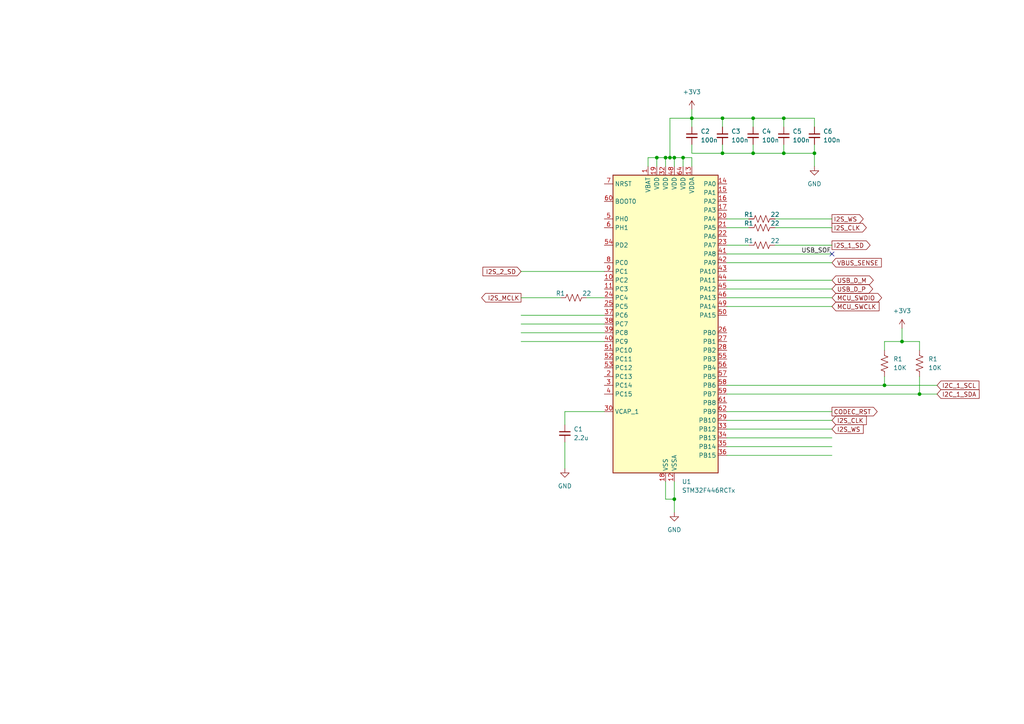
<source format=kicad_sch>
(kicad_sch (version 20230121) (generator eeschema)

  (uuid 528dbd19-c4fd-43e6-bbdd-a7d715743acf)

  (paper "A4")

  (lib_symbols
    (symbol "Device:C_Small" (pin_numbers hide) (pin_names (offset 0.254) hide) (in_bom yes) (on_board yes)
      (property "Reference" "C" (at 0.254 1.778 0)
        (effects (font (size 1.27 1.27)) (justify left))
      )
      (property "Value" "C_Small" (at 0.254 -2.032 0)
        (effects (font (size 1.27 1.27)) (justify left))
      )
      (property "Footprint" "" (at 0 0 0)
        (effects (font (size 1.27 1.27)) hide)
      )
      (property "Datasheet" "~" (at 0 0 0)
        (effects (font (size 1.27 1.27)) hide)
      )
      (property "ki_keywords" "capacitor cap" (at 0 0 0)
        (effects (font (size 1.27 1.27)) hide)
      )
      (property "ki_description" "Unpolarized capacitor, small symbol" (at 0 0 0)
        (effects (font (size 1.27 1.27)) hide)
      )
      (property "ki_fp_filters" "C_*" (at 0 0 0)
        (effects (font (size 1.27 1.27)) hide)
      )
      (symbol "C_Small_0_1"
        (polyline
          (pts
            (xy -1.524 -0.508)
            (xy 1.524 -0.508)
          )
          (stroke (width 0.3302) (type default))
          (fill (type none))
        )
        (polyline
          (pts
            (xy -1.524 0.508)
            (xy 1.524 0.508)
          )
          (stroke (width 0.3048) (type default))
          (fill (type none))
        )
      )
      (symbol "C_Small_1_1"
        (pin passive line (at 0 2.54 270) (length 2.032)
          (name "~" (effects (font (size 1.27 1.27))))
          (number "1" (effects (font (size 1.27 1.27))))
        )
        (pin passive line (at 0 -2.54 90) (length 2.032)
          (name "~" (effects (font (size 1.27 1.27))))
          (number "2" (effects (font (size 1.27 1.27))))
        )
      )
    )
    (symbol "Device:R_US" (pin_numbers hide) (pin_names (offset 0)) (in_bom yes) (on_board yes)
      (property "Reference" "R" (at 2.54 0 90)
        (effects (font (size 1.27 1.27)))
      )
      (property "Value" "R_US" (at -2.54 0 90)
        (effects (font (size 1.27 1.27)))
      )
      (property "Footprint" "" (at 1.016 -0.254 90)
        (effects (font (size 1.27 1.27)) hide)
      )
      (property "Datasheet" "~" (at 0 0 0)
        (effects (font (size 1.27 1.27)) hide)
      )
      (property "ki_keywords" "R res resistor" (at 0 0 0)
        (effects (font (size 1.27 1.27)) hide)
      )
      (property "ki_description" "Resistor, US symbol" (at 0 0 0)
        (effects (font (size 1.27 1.27)) hide)
      )
      (property "ki_fp_filters" "R_*" (at 0 0 0)
        (effects (font (size 1.27 1.27)) hide)
      )
      (symbol "R_US_0_1"
        (polyline
          (pts
            (xy 0 -2.286)
            (xy 0 -2.54)
          )
          (stroke (width 0) (type default))
          (fill (type none))
        )
        (polyline
          (pts
            (xy 0 2.286)
            (xy 0 2.54)
          )
          (stroke (width 0) (type default))
          (fill (type none))
        )
        (polyline
          (pts
            (xy 0 -0.762)
            (xy 1.016 -1.143)
            (xy 0 -1.524)
            (xy -1.016 -1.905)
            (xy 0 -2.286)
          )
          (stroke (width 0) (type default))
          (fill (type none))
        )
        (polyline
          (pts
            (xy 0 0.762)
            (xy 1.016 0.381)
            (xy 0 0)
            (xy -1.016 -0.381)
            (xy 0 -0.762)
          )
          (stroke (width 0) (type default))
          (fill (type none))
        )
        (polyline
          (pts
            (xy 0 2.286)
            (xy 1.016 1.905)
            (xy 0 1.524)
            (xy -1.016 1.143)
            (xy 0 0.762)
          )
          (stroke (width 0) (type default))
          (fill (type none))
        )
      )
      (symbol "R_US_1_1"
        (pin passive line (at 0 3.81 270) (length 1.27)
          (name "~" (effects (font (size 1.27 1.27))))
          (number "1" (effects (font (size 1.27 1.27))))
        )
        (pin passive line (at 0 -3.81 90) (length 1.27)
          (name "~" (effects (font (size 1.27 1.27))))
          (number "2" (effects (font (size 1.27 1.27))))
        )
      )
    )
    (symbol "MCU_ST_STM32F4:STM32F446RCTx" (in_bom yes) (on_board yes)
      (property "Reference" "U" (at -15.24 44.45 0)
        (effects (font (size 1.27 1.27)) (justify left))
      )
      (property "Value" "STM32F446RCTx" (at 10.16 44.45 0)
        (effects (font (size 1.27 1.27)) (justify left))
      )
      (property "Footprint" "Package_QFP:LQFP-64_10x10mm_P0.5mm" (at -15.24 -43.18 0)
        (effects (font (size 1.27 1.27)) (justify right) hide)
      )
      (property "Datasheet" "https://www.st.com/resource/en/datasheet/stm32f446rc.pdf" (at 0 0 0)
        (effects (font (size 1.27 1.27)) hide)
      )
      (property "ki_locked" "" (at 0 0 0)
        (effects (font (size 1.27 1.27)))
      )
      (property "ki_keywords" "Arm Cortex-M4 STM32F4 STM32F446" (at 0 0 0)
        (effects (font (size 1.27 1.27)) hide)
      )
      (property "ki_description" "STMicroelectronics Arm Cortex-M4 MCU, 256KB flash, 128KB RAM, 180 MHz, 1.8-3.6V, 50 GPIO, LQFP64" (at 0 0 0)
        (effects (font (size 1.27 1.27)) hide)
      )
      (property "ki_fp_filters" "LQFP*10x10mm*P0.5mm*" (at 0 0 0)
        (effects (font (size 1.27 1.27)) hide)
      )
      (symbol "STM32F446RCTx_0_1"
        (rectangle (start -15.24 -43.18) (end 15.24 43.18)
          (stroke (width 0.254) (type default))
          (fill (type background))
        )
      )
      (symbol "STM32F446RCTx_1_1"
        (pin power_in line (at -5.08 45.72 270) (length 2.54)
          (name "VBAT" (effects (font (size 1.27 1.27))))
          (number "1" (effects (font (size 1.27 1.27))))
        )
        (pin bidirectional line (at -17.78 12.7 0) (length 2.54)
          (name "PC2" (effects (font (size 1.27 1.27))))
          (number "10" (effects (font (size 1.27 1.27))))
          (alternate "ADC1_IN12" bidirectional line)
          (alternate "ADC2_IN12" bidirectional line)
          (alternate "ADC3_IN12" bidirectional line)
          (alternate "SPI2_MISO" bidirectional line)
          (alternate "USB_OTG_HS_ULPI_DIR" bidirectional line)
        )
        (pin bidirectional line (at -17.78 10.16 0) (length 2.54)
          (name "PC3" (effects (font (size 1.27 1.27))))
          (number "11" (effects (font (size 1.27 1.27))))
          (alternate "ADC1_IN13" bidirectional line)
          (alternate "ADC2_IN13" bidirectional line)
          (alternate "ADC3_IN13" bidirectional line)
          (alternate "I2S2_SD" bidirectional line)
          (alternate "SPI2_MOSI" bidirectional line)
          (alternate "USB_OTG_HS_ULPI_NXT" bidirectional line)
        )
        (pin power_in line (at 2.54 -45.72 90) (length 2.54)
          (name "VSSA" (effects (font (size 1.27 1.27))))
          (number "12" (effects (font (size 1.27 1.27))))
        )
        (pin power_in line (at 7.62 45.72 270) (length 2.54)
          (name "VDDA" (effects (font (size 1.27 1.27))))
          (number "13" (effects (font (size 1.27 1.27))))
        )
        (pin bidirectional line (at 17.78 40.64 180) (length 2.54)
          (name "PA0" (effects (font (size 1.27 1.27))))
          (number "14" (effects (font (size 1.27 1.27))))
          (alternate "ADC1_IN0" bidirectional line)
          (alternate "ADC2_IN0" bidirectional line)
          (alternate "ADC3_IN0" bidirectional line)
          (alternate "RTC_AF2" bidirectional line)
          (alternate "SYS_WKUP0" bidirectional line)
          (alternate "TIM2_CH1" bidirectional line)
          (alternate "TIM2_ETR" bidirectional line)
          (alternate "TIM5_CH1" bidirectional line)
          (alternate "TIM8_ETR" bidirectional line)
          (alternate "UART4_TX" bidirectional line)
          (alternate "USART2_CTS" bidirectional line)
        )
        (pin bidirectional line (at 17.78 38.1 180) (length 2.54)
          (name "PA1" (effects (font (size 1.27 1.27))))
          (number "15" (effects (font (size 1.27 1.27))))
          (alternate "ADC1_IN1" bidirectional line)
          (alternate "ADC2_IN1" bidirectional line)
          (alternate "ADC3_IN1" bidirectional line)
          (alternate "QUADSPI_BK1_IO3" bidirectional line)
          (alternate "TIM2_CH2" bidirectional line)
          (alternate "TIM5_CH2" bidirectional line)
          (alternate "UART4_RX" bidirectional line)
          (alternate "USART2_RTS" bidirectional line)
        )
        (pin bidirectional line (at 17.78 35.56 180) (length 2.54)
          (name "PA2" (effects (font (size 1.27 1.27))))
          (number "16" (effects (font (size 1.27 1.27))))
          (alternate "ADC1_IN2" bidirectional line)
          (alternate "ADC2_IN2" bidirectional line)
          (alternate "ADC3_IN2" bidirectional line)
          (alternate "TIM2_CH3" bidirectional line)
          (alternate "TIM5_CH3" bidirectional line)
          (alternate "TIM9_CH1" bidirectional line)
          (alternate "USART2_TX" bidirectional line)
        )
        (pin bidirectional line (at 17.78 33.02 180) (length 2.54)
          (name "PA3" (effects (font (size 1.27 1.27))))
          (number "17" (effects (font (size 1.27 1.27))))
          (alternate "ADC1_IN3" bidirectional line)
          (alternate "ADC2_IN3" bidirectional line)
          (alternate "ADC3_IN3" bidirectional line)
          (alternate "SAI1_FS_A" bidirectional line)
          (alternate "TIM2_CH4" bidirectional line)
          (alternate "TIM5_CH4" bidirectional line)
          (alternate "TIM9_CH2" bidirectional line)
          (alternate "USART2_RX" bidirectional line)
          (alternate "USB_OTG_HS_ULPI_D0" bidirectional line)
        )
        (pin power_in line (at 0 -45.72 90) (length 2.54)
          (name "VSS" (effects (font (size 1.27 1.27))))
          (number "18" (effects (font (size 1.27 1.27))))
        )
        (pin power_in line (at -2.54 45.72 270) (length 2.54)
          (name "VDD" (effects (font (size 1.27 1.27))))
          (number "19" (effects (font (size 1.27 1.27))))
        )
        (pin bidirectional line (at -17.78 -15.24 0) (length 2.54)
          (name "PC13" (effects (font (size 1.27 1.27))))
          (number "2" (effects (font (size 1.27 1.27))))
          (alternate "RTC_AF1" bidirectional line)
          (alternate "SYS_WKUP1" bidirectional line)
        )
        (pin bidirectional line (at 17.78 30.48 180) (length 2.54)
          (name "PA4" (effects (font (size 1.27 1.27))))
          (number "20" (effects (font (size 1.27 1.27))))
          (alternate "ADC1_IN4" bidirectional line)
          (alternate "ADC2_IN4" bidirectional line)
          (alternate "DAC_OUT1" bidirectional line)
          (alternate "DCMI_HSYNC" bidirectional line)
          (alternate "I2S1_WS" bidirectional line)
          (alternate "I2S3_WS" bidirectional line)
          (alternate "SPI1_NSS" bidirectional line)
          (alternate "SPI3_NSS" bidirectional line)
          (alternate "USART2_CK" bidirectional line)
          (alternate "USB_OTG_HS_SOF" bidirectional line)
        )
        (pin bidirectional line (at 17.78 27.94 180) (length 2.54)
          (name "PA5" (effects (font (size 1.27 1.27))))
          (number "21" (effects (font (size 1.27 1.27))))
          (alternate "ADC1_IN5" bidirectional line)
          (alternate "ADC2_IN5" bidirectional line)
          (alternate "DAC_OUT2" bidirectional line)
          (alternate "I2S1_CK" bidirectional line)
          (alternate "SPI1_SCK" bidirectional line)
          (alternate "TIM2_CH1" bidirectional line)
          (alternate "TIM2_ETR" bidirectional line)
          (alternate "TIM8_CH1N" bidirectional line)
          (alternate "USB_OTG_HS_ULPI_CK" bidirectional line)
        )
        (pin bidirectional line (at 17.78 25.4 180) (length 2.54)
          (name "PA6" (effects (font (size 1.27 1.27))))
          (number "22" (effects (font (size 1.27 1.27))))
          (alternate "ADC1_IN6" bidirectional line)
          (alternate "ADC2_IN6" bidirectional line)
          (alternate "DCMI_PIXCLK" bidirectional line)
          (alternate "I2S2_MCK" bidirectional line)
          (alternate "SPI1_MISO" bidirectional line)
          (alternate "TIM13_CH1" bidirectional line)
          (alternate "TIM1_BKIN" bidirectional line)
          (alternate "TIM3_CH1" bidirectional line)
          (alternate "TIM8_BKIN" bidirectional line)
        )
        (pin bidirectional line (at 17.78 22.86 180) (length 2.54)
          (name "PA7" (effects (font (size 1.27 1.27))))
          (number "23" (effects (font (size 1.27 1.27))))
          (alternate "ADC1_IN7" bidirectional line)
          (alternate "ADC2_IN7" bidirectional line)
          (alternate "I2S1_SD" bidirectional line)
          (alternate "SPI1_MOSI" bidirectional line)
          (alternate "TIM14_CH1" bidirectional line)
          (alternate "TIM1_CH1N" bidirectional line)
          (alternate "TIM3_CH2" bidirectional line)
          (alternate "TIM8_CH1N" bidirectional line)
        )
        (pin bidirectional line (at -17.78 7.62 0) (length 2.54)
          (name "PC4" (effects (font (size 1.27 1.27))))
          (number "24" (effects (font (size 1.27 1.27))))
          (alternate "ADC1_IN14" bidirectional line)
          (alternate "ADC2_IN14" bidirectional line)
          (alternate "I2S1_MCK" bidirectional line)
          (alternate "SPDIFRX_IN2" bidirectional line)
        )
        (pin bidirectional line (at -17.78 5.08 0) (length 2.54)
          (name "PC5" (effects (font (size 1.27 1.27))))
          (number "25" (effects (font (size 1.27 1.27))))
          (alternate "ADC1_IN15" bidirectional line)
          (alternate "ADC2_IN15" bidirectional line)
          (alternate "SPDIFRX_IN3" bidirectional line)
          (alternate "USART3_RX" bidirectional line)
        )
        (pin bidirectional line (at 17.78 -2.54 180) (length 2.54)
          (name "PB0" (effects (font (size 1.27 1.27))))
          (number "26" (effects (font (size 1.27 1.27))))
          (alternate "ADC1_IN8" bidirectional line)
          (alternate "ADC2_IN8" bidirectional line)
          (alternate "I2S3_SD" bidirectional line)
          (alternate "SDIO_D1" bidirectional line)
          (alternate "SPI3_MOSI" bidirectional line)
          (alternate "TIM1_CH2N" bidirectional line)
          (alternate "TIM3_CH3" bidirectional line)
          (alternate "TIM8_CH2N" bidirectional line)
          (alternate "UART4_CTS" bidirectional line)
          (alternate "USB_OTG_HS_ULPI_D1" bidirectional line)
        )
        (pin bidirectional line (at 17.78 -5.08 180) (length 2.54)
          (name "PB1" (effects (font (size 1.27 1.27))))
          (number "27" (effects (font (size 1.27 1.27))))
          (alternate "ADC1_IN9" bidirectional line)
          (alternate "ADC2_IN9" bidirectional line)
          (alternate "SDIO_D2" bidirectional line)
          (alternate "TIM1_CH3N" bidirectional line)
          (alternate "TIM3_CH4" bidirectional line)
          (alternate "TIM8_CH3N" bidirectional line)
          (alternate "USB_OTG_HS_ULPI_D2" bidirectional line)
        )
        (pin bidirectional line (at 17.78 -7.62 180) (length 2.54)
          (name "PB2" (effects (font (size 1.27 1.27))))
          (number "28" (effects (font (size 1.27 1.27))))
          (alternate "I2S3_SD" bidirectional line)
          (alternate "QUADSPI_CLK" bidirectional line)
          (alternate "SAI1_SD_A" bidirectional line)
          (alternate "SDIO_CK" bidirectional line)
          (alternate "SPI3_MOSI" bidirectional line)
          (alternate "TIM2_CH4" bidirectional line)
          (alternate "USB_OTG_HS_ULPI_D4" bidirectional line)
        )
        (pin bidirectional line (at 17.78 -27.94 180) (length 2.54)
          (name "PB10" (effects (font (size 1.27 1.27))))
          (number "29" (effects (font (size 1.27 1.27))))
          (alternate "I2C2_SCL" bidirectional line)
          (alternate "I2S2_CK" bidirectional line)
          (alternate "SAI1_SCK_A" bidirectional line)
          (alternate "SPI2_SCK" bidirectional line)
          (alternate "TIM2_CH3" bidirectional line)
          (alternate "USART3_TX" bidirectional line)
          (alternate "USB_OTG_HS_ULPI_D3" bidirectional line)
        )
        (pin bidirectional line (at -17.78 -17.78 0) (length 2.54)
          (name "PC14" (effects (font (size 1.27 1.27))))
          (number "3" (effects (font (size 1.27 1.27))))
          (alternate "RCC_OSC32_IN" bidirectional line)
        )
        (pin power_out line (at -17.78 -25.4 0) (length 2.54)
          (name "VCAP_1" (effects (font (size 1.27 1.27))))
          (number "30" (effects (font (size 1.27 1.27))))
        )
        (pin passive line (at 0 -45.72 90) (length 2.54) hide
          (name "VSS" (effects (font (size 1.27 1.27))))
          (number "31" (effects (font (size 1.27 1.27))))
        )
        (pin power_in line (at 0 45.72 270) (length 2.54)
          (name "VDD" (effects (font (size 1.27 1.27))))
          (number "32" (effects (font (size 1.27 1.27))))
        )
        (pin bidirectional line (at 17.78 -30.48 180) (length 2.54)
          (name "PB12" (effects (font (size 1.27 1.27))))
          (number "33" (effects (font (size 1.27 1.27))))
          (alternate "CAN2_RX" bidirectional line)
          (alternate "I2C2_SMBA" bidirectional line)
          (alternate "I2S2_WS" bidirectional line)
          (alternate "SAI1_SCK_B" bidirectional line)
          (alternate "SPI2_NSS" bidirectional line)
          (alternate "TIM1_BKIN" bidirectional line)
          (alternate "USART3_CK" bidirectional line)
          (alternate "USB_OTG_HS_ID" bidirectional line)
          (alternate "USB_OTG_HS_ULPI_D5" bidirectional line)
        )
        (pin bidirectional line (at 17.78 -33.02 180) (length 2.54)
          (name "PB13" (effects (font (size 1.27 1.27))))
          (number "34" (effects (font (size 1.27 1.27))))
          (alternate "CAN2_TX" bidirectional line)
          (alternate "I2S2_CK" bidirectional line)
          (alternate "SPI2_SCK" bidirectional line)
          (alternate "TIM1_CH1N" bidirectional line)
          (alternate "USART3_CTS" bidirectional line)
          (alternate "USB_OTG_HS_ULPI_D6" bidirectional line)
          (alternate "USB_OTG_HS_VBUS" bidirectional line)
        )
        (pin bidirectional line (at 17.78 -35.56 180) (length 2.54)
          (name "PB14" (effects (font (size 1.27 1.27))))
          (number "35" (effects (font (size 1.27 1.27))))
          (alternate "SPI2_MISO" bidirectional line)
          (alternate "TIM12_CH1" bidirectional line)
          (alternate "TIM1_CH2N" bidirectional line)
          (alternate "TIM8_CH2N" bidirectional line)
          (alternate "USART3_RTS" bidirectional line)
          (alternate "USB_OTG_HS_DM" bidirectional line)
        )
        (pin bidirectional line (at 17.78 -38.1 180) (length 2.54)
          (name "PB15" (effects (font (size 1.27 1.27))))
          (number "36" (effects (font (size 1.27 1.27))))
          (alternate "ADC1_EXTI15" bidirectional line)
          (alternate "ADC2_EXTI15" bidirectional line)
          (alternate "ADC3_EXTI15" bidirectional line)
          (alternate "I2S2_SD" bidirectional line)
          (alternate "RTC_REFIN" bidirectional line)
          (alternate "SPI2_MOSI" bidirectional line)
          (alternate "TIM12_CH2" bidirectional line)
          (alternate "TIM1_CH3N" bidirectional line)
          (alternate "TIM8_CH3N" bidirectional line)
          (alternate "USB_OTG_HS_DP" bidirectional line)
        )
        (pin bidirectional line (at -17.78 2.54 0) (length 2.54)
          (name "PC6" (effects (font (size 1.27 1.27))))
          (number "37" (effects (font (size 1.27 1.27))))
          (alternate "DCMI_D0" bidirectional line)
          (alternate "FMPI2C1_SCL" bidirectional line)
          (alternate "I2S2_MCK" bidirectional line)
          (alternate "SDIO_D6" bidirectional line)
          (alternate "TIM3_CH1" bidirectional line)
          (alternate "TIM8_CH1" bidirectional line)
          (alternate "USART6_TX" bidirectional line)
        )
        (pin bidirectional line (at -17.78 0 0) (length 2.54)
          (name "PC7" (effects (font (size 1.27 1.27))))
          (number "38" (effects (font (size 1.27 1.27))))
          (alternate "DCMI_D1" bidirectional line)
          (alternate "FMPI2C1_SDA" bidirectional line)
          (alternate "I2S2_CK" bidirectional line)
          (alternate "I2S3_MCK" bidirectional line)
          (alternate "SDIO_D7" bidirectional line)
          (alternate "SPDIFRX_IN1" bidirectional line)
          (alternate "SPI2_SCK" bidirectional line)
          (alternate "TIM3_CH2" bidirectional line)
          (alternate "TIM8_CH2" bidirectional line)
          (alternate "USART6_RX" bidirectional line)
        )
        (pin bidirectional line (at -17.78 -2.54 0) (length 2.54)
          (name "PC8" (effects (font (size 1.27 1.27))))
          (number "39" (effects (font (size 1.27 1.27))))
          (alternate "DCMI_D2" bidirectional line)
          (alternate "SDIO_D0" bidirectional line)
          (alternate "SYS_TRACED0" bidirectional line)
          (alternate "TIM3_CH3" bidirectional line)
          (alternate "TIM8_CH3" bidirectional line)
          (alternate "UART5_RTS" bidirectional line)
          (alternate "USART6_CK" bidirectional line)
        )
        (pin bidirectional line (at -17.78 -20.32 0) (length 2.54)
          (name "PC15" (effects (font (size 1.27 1.27))))
          (number "4" (effects (font (size 1.27 1.27))))
          (alternate "ADC1_EXTI15" bidirectional line)
          (alternate "ADC2_EXTI15" bidirectional line)
          (alternate "ADC3_EXTI15" bidirectional line)
          (alternate "RCC_OSC32_OUT" bidirectional line)
        )
        (pin bidirectional line (at -17.78 -5.08 0) (length 2.54)
          (name "PC9" (effects (font (size 1.27 1.27))))
          (number "40" (effects (font (size 1.27 1.27))))
          (alternate "DAC_EXTI9" bidirectional line)
          (alternate "DCMI_D3" bidirectional line)
          (alternate "I2C3_SDA" bidirectional line)
          (alternate "I2S_CKIN" bidirectional line)
          (alternate "QUADSPI_BK1_IO0" bidirectional line)
          (alternate "RCC_MCO_2" bidirectional line)
          (alternate "SDIO_D1" bidirectional line)
          (alternate "TIM3_CH4" bidirectional line)
          (alternate "TIM8_CH4" bidirectional line)
          (alternate "UART5_CTS" bidirectional line)
        )
        (pin bidirectional line (at 17.78 20.32 180) (length 2.54)
          (name "PA8" (effects (font (size 1.27 1.27))))
          (number "41" (effects (font (size 1.27 1.27))))
          (alternate "I2C3_SCL" bidirectional line)
          (alternate "RCC_MCO_1" bidirectional line)
          (alternate "TIM1_CH1" bidirectional line)
          (alternate "USART1_CK" bidirectional line)
          (alternate "USB_OTG_FS_SOF" bidirectional line)
        )
        (pin bidirectional line (at 17.78 17.78 180) (length 2.54)
          (name "PA9" (effects (font (size 1.27 1.27))))
          (number "42" (effects (font (size 1.27 1.27))))
          (alternate "DAC_EXTI9" bidirectional line)
          (alternate "DCMI_D0" bidirectional line)
          (alternate "I2C3_SMBA" bidirectional line)
          (alternate "I2S2_CK" bidirectional line)
          (alternate "SAI1_SD_B" bidirectional line)
          (alternate "SPI2_SCK" bidirectional line)
          (alternate "TIM1_CH2" bidirectional line)
          (alternate "USART1_TX" bidirectional line)
          (alternate "USB_OTG_FS_VBUS" bidirectional line)
        )
        (pin bidirectional line (at 17.78 15.24 180) (length 2.54)
          (name "PA10" (effects (font (size 1.27 1.27))))
          (number "43" (effects (font (size 1.27 1.27))))
          (alternate "DCMI_D1" bidirectional line)
          (alternate "TIM1_CH3" bidirectional line)
          (alternate "USART1_RX" bidirectional line)
          (alternate "USB_OTG_FS_ID" bidirectional line)
        )
        (pin bidirectional line (at 17.78 12.7 180) (length 2.54)
          (name "PA11" (effects (font (size 1.27 1.27))))
          (number "44" (effects (font (size 1.27 1.27))))
          (alternate "ADC1_EXTI11" bidirectional line)
          (alternate "ADC2_EXTI11" bidirectional line)
          (alternate "ADC3_EXTI11" bidirectional line)
          (alternate "CAN1_RX" bidirectional line)
          (alternate "TIM1_CH4" bidirectional line)
          (alternate "USART1_CTS" bidirectional line)
          (alternate "USB_OTG_FS_DM" bidirectional line)
        )
        (pin bidirectional line (at 17.78 10.16 180) (length 2.54)
          (name "PA12" (effects (font (size 1.27 1.27))))
          (number "45" (effects (font (size 1.27 1.27))))
          (alternate "CAN1_TX" bidirectional line)
          (alternate "TIM1_ETR" bidirectional line)
          (alternate "USART1_RTS" bidirectional line)
          (alternate "USB_OTG_FS_DP" bidirectional line)
        )
        (pin bidirectional line (at 17.78 7.62 180) (length 2.54)
          (name "PA13" (effects (font (size 1.27 1.27))))
          (number "46" (effects (font (size 1.27 1.27))))
          (alternate "SYS_JTMS-SWDIO" bidirectional line)
        )
        (pin passive line (at 0 -45.72 90) (length 2.54) hide
          (name "VSS" (effects (font (size 1.27 1.27))))
          (number "47" (effects (font (size 1.27 1.27))))
        )
        (pin power_in line (at 2.54 45.72 270) (length 2.54)
          (name "VDD" (effects (font (size 1.27 1.27))))
          (number "48" (effects (font (size 1.27 1.27))))
        )
        (pin bidirectional line (at 17.78 5.08 180) (length 2.54)
          (name "PA14" (effects (font (size 1.27 1.27))))
          (number "49" (effects (font (size 1.27 1.27))))
          (alternate "SYS_JTCK-SWCLK" bidirectional line)
        )
        (pin bidirectional line (at -17.78 30.48 0) (length 2.54)
          (name "PH0" (effects (font (size 1.27 1.27))))
          (number "5" (effects (font (size 1.27 1.27))))
          (alternate "RCC_OSC_IN" bidirectional line)
        )
        (pin bidirectional line (at 17.78 2.54 180) (length 2.54)
          (name "PA15" (effects (font (size 1.27 1.27))))
          (number "50" (effects (font (size 1.27 1.27))))
          (alternate "ADC1_EXTI15" bidirectional line)
          (alternate "ADC2_EXTI15" bidirectional line)
          (alternate "ADC3_EXTI15" bidirectional line)
          (alternate "CEC" bidirectional line)
          (alternate "I2S1_WS" bidirectional line)
          (alternate "I2S3_WS" bidirectional line)
          (alternate "SPI1_NSS" bidirectional line)
          (alternate "SPI3_NSS" bidirectional line)
          (alternate "SYS_JTDI" bidirectional line)
          (alternate "TIM2_CH1" bidirectional line)
          (alternate "TIM2_ETR" bidirectional line)
          (alternate "UART4_RTS" bidirectional line)
        )
        (pin bidirectional line (at -17.78 -7.62 0) (length 2.54)
          (name "PC10" (effects (font (size 1.27 1.27))))
          (number "51" (effects (font (size 1.27 1.27))))
          (alternate "DCMI_D8" bidirectional line)
          (alternate "I2S3_CK" bidirectional line)
          (alternate "QUADSPI_BK1_IO1" bidirectional line)
          (alternate "SDIO_D2" bidirectional line)
          (alternate "SPI3_SCK" bidirectional line)
          (alternate "UART4_TX" bidirectional line)
          (alternate "USART3_TX" bidirectional line)
        )
        (pin bidirectional line (at -17.78 -10.16 0) (length 2.54)
          (name "PC11" (effects (font (size 1.27 1.27))))
          (number "52" (effects (font (size 1.27 1.27))))
          (alternate "ADC1_EXTI11" bidirectional line)
          (alternate "ADC2_EXTI11" bidirectional line)
          (alternate "ADC3_EXTI11" bidirectional line)
          (alternate "DCMI_D4" bidirectional line)
          (alternate "QUADSPI_BK2_NCS" bidirectional line)
          (alternate "SDIO_D3" bidirectional line)
          (alternate "SPI3_MISO" bidirectional line)
          (alternate "UART4_RX" bidirectional line)
          (alternate "USART3_RX" bidirectional line)
        )
        (pin bidirectional line (at -17.78 -12.7 0) (length 2.54)
          (name "PC12" (effects (font (size 1.27 1.27))))
          (number "53" (effects (font (size 1.27 1.27))))
          (alternate "DCMI_D9" bidirectional line)
          (alternate "I2C2_SDA" bidirectional line)
          (alternate "I2S3_SD" bidirectional line)
          (alternate "SDIO_CK" bidirectional line)
          (alternate "SPI3_MOSI" bidirectional line)
          (alternate "UART5_TX" bidirectional line)
          (alternate "USART3_CK" bidirectional line)
        )
        (pin bidirectional line (at -17.78 22.86 0) (length 2.54)
          (name "PD2" (effects (font (size 1.27 1.27))))
          (number "54" (effects (font (size 1.27 1.27))))
          (alternate "DCMI_D11" bidirectional line)
          (alternate "SDIO_CMD" bidirectional line)
          (alternate "TIM3_ETR" bidirectional line)
          (alternate "UART5_RX" bidirectional line)
        )
        (pin bidirectional line (at 17.78 -10.16 180) (length 2.54)
          (name "PB3" (effects (font (size 1.27 1.27))))
          (number "55" (effects (font (size 1.27 1.27))))
          (alternate "I2C2_SDA" bidirectional line)
          (alternate "I2S1_CK" bidirectional line)
          (alternate "I2S3_CK" bidirectional line)
          (alternate "SPI1_SCK" bidirectional line)
          (alternate "SPI3_SCK" bidirectional line)
          (alternate "SYS_JTDO-SWO" bidirectional line)
          (alternate "TIM2_CH2" bidirectional line)
        )
        (pin bidirectional line (at 17.78 -12.7 180) (length 2.54)
          (name "PB4" (effects (font (size 1.27 1.27))))
          (number "56" (effects (font (size 1.27 1.27))))
          (alternate "I2C3_SDA" bidirectional line)
          (alternate "I2S2_WS" bidirectional line)
          (alternate "SPI1_MISO" bidirectional line)
          (alternate "SPI2_NSS" bidirectional line)
          (alternate "SPI3_MISO" bidirectional line)
          (alternate "SYS_JTRST" bidirectional line)
          (alternate "TIM3_CH1" bidirectional line)
        )
        (pin bidirectional line (at 17.78 -15.24 180) (length 2.54)
          (name "PB5" (effects (font (size 1.27 1.27))))
          (number "57" (effects (font (size 1.27 1.27))))
          (alternate "CAN2_RX" bidirectional line)
          (alternate "DCMI_D10" bidirectional line)
          (alternate "I2C1_SMBA" bidirectional line)
          (alternate "I2S1_SD" bidirectional line)
          (alternate "I2S3_SD" bidirectional line)
          (alternate "SPI1_MOSI" bidirectional line)
          (alternate "SPI3_MOSI" bidirectional line)
          (alternate "TIM3_CH2" bidirectional line)
          (alternate "USB_OTG_HS_ULPI_D7" bidirectional line)
        )
        (pin bidirectional line (at 17.78 -17.78 180) (length 2.54)
          (name "PB6" (effects (font (size 1.27 1.27))))
          (number "58" (effects (font (size 1.27 1.27))))
          (alternate "CAN2_TX" bidirectional line)
          (alternate "CEC" bidirectional line)
          (alternate "DCMI_D5" bidirectional line)
          (alternate "I2C1_SCL" bidirectional line)
          (alternate "QUADSPI_BK1_NCS" bidirectional line)
          (alternate "TIM4_CH1" bidirectional line)
          (alternate "USART1_TX" bidirectional line)
        )
        (pin bidirectional line (at 17.78 -20.32 180) (length 2.54)
          (name "PB7" (effects (font (size 1.27 1.27))))
          (number "59" (effects (font (size 1.27 1.27))))
          (alternate "DCMI_VSYNC" bidirectional line)
          (alternate "I2C1_SDA" bidirectional line)
          (alternate "SPDIFRX_IN0" bidirectional line)
          (alternate "TIM4_CH2" bidirectional line)
          (alternate "USART1_RX" bidirectional line)
        )
        (pin bidirectional line (at -17.78 27.94 0) (length 2.54)
          (name "PH1" (effects (font (size 1.27 1.27))))
          (number "6" (effects (font (size 1.27 1.27))))
          (alternate "RCC_OSC_OUT" bidirectional line)
        )
        (pin input line (at -17.78 35.56 0) (length 2.54)
          (name "BOOT0" (effects (font (size 1.27 1.27))))
          (number "60" (effects (font (size 1.27 1.27))))
        )
        (pin bidirectional line (at 17.78 -22.86 180) (length 2.54)
          (name "PB8" (effects (font (size 1.27 1.27))))
          (number "61" (effects (font (size 1.27 1.27))))
          (alternate "CAN1_RX" bidirectional line)
          (alternate "DCMI_D6" bidirectional line)
          (alternate "I2C1_SCL" bidirectional line)
          (alternate "SDIO_D4" bidirectional line)
          (alternate "TIM10_CH1" bidirectional line)
          (alternate "TIM2_CH1" bidirectional line)
          (alternate "TIM2_ETR" bidirectional line)
          (alternate "TIM4_CH3" bidirectional line)
        )
        (pin bidirectional line (at 17.78 -25.4 180) (length 2.54)
          (name "PB9" (effects (font (size 1.27 1.27))))
          (number "62" (effects (font (size 1.27 1.27))))
          (alternate "CAN1_TX" bidirectional line)
          (alternate "DAC_EXTI9" bidirectional line)
          (alternate "DCMI_D7" bidirectional line)
          (alternate "I2C1_SDA" bidirectional line)
          (alternate "I2S2_WS" bidirectional line)
          (alternate "SAI1_FS_B" bidirectional line)
          (alternate "SDIO_D5" bidirectional line)
          (alternate "SPI2_NSS" bidirectional line)
          (alternate "TIM11_CH1" bidirectional line)
          (alternate "TIM2_CH2" bidirectional line)
          (alternate "TIM4_CH4" bidirectional line)
        )
        (pin passive line (at 0 -45.72 90) (length 2.54) hide
          (name "VSS" (effects (font (size 1.27 1.27))))
          (number "63" (effects (font (size 1.27 1.27))))
        )
        (pin power_in line (at 5.08 45.72 270) (length 2.54)
          (name "VDD" (effects (font (size 1.27 1.27))))
          (number "64" (effects (font (size 1.27 1.27))))
        )
        (pin input line (at -17.78 40.64 0) (length 2.54)
          (name "NRST" (effects (font (size 1.27 1.27))))
          (number "7" (effects (font (size 1.27 1.27))))
        )
        (pin bidirectional line (at -17.78 17.78 0) (length 2.54)
          (name "PC0" (effects (font (size 1.27 1.27))))
          (number "8" (effects (font (size 1.27 1.27))))
          (alternate "ADC1_IN10" bidirectional line)
          (alternate "ADC2_IN10" bidirectional line)
          (alternate "ADC3_IN10" bidirectional line)
          (alternate "SAI1_MCLK_B" bidirectional line)
          (alternate "USB_OTG_HS_ULPI_STP" bidirectional line)
        )
        (pin bidirectional line (at -17.78 15.24 0) (length 2.54)
          (name "PC1" (effects (font (size 1.27 1.27))))
          (number "9" (effects (font (size 1.27 1.27))))
          (alternate "ADC1_IN11" bidirectional line)
          (alternate "ADC2_IN11" bidirectional line)
          (alternate "ADC3_IN11" bidirectional line)
          (alternate "I2S2_SD" bidirectional line)
          (alternate "I2S3_SD" bidirectional line)
          (alternate "SAI1_SD_A" bidirectional line)
          (alternate "SPI2_MOSI" bidirectional line)
          (alternate "SPI3_MOSI" bidirectional line)
        )
      )
    )
    (symbol "power:+3V3" (power) (pin_names (offset 0)) (in_bom yes) (on_board yes)
      (property "Reference" "#PWR" (at 0 -3.81 0)
        (effects (font (size 1.27 1.27)) hide)
      )
      (property "Value" "+3V3" (at 0 3.556 0)
        (effects (font (size 1.27 1.27)))
      )
      (property "Footprint" "" (at 0 0 0)
        (effects (font (size 1.27 1.27)) hide)
      )
      (property "Datasheet" "" (at 0 0 0)
        (effects (font (size 1.27 1.27)) hide)
      )
      (property "ki_keywords" "global power" (at 0 0 0)
        (effects (font (size 1.27 1.27)) hide)
      )
      (property "ki_description" "Power symbol creates a global label with name \"+3V3\"" (at 0 0 0)
        (effects (font (size 1.27 1.27)) hide)
      )
      (symbol "+3V3_0_1"
        (polyline
          (pts
            (xy -0.762 1.27)
            (xy 0 2.54)
          )
          (stroke (width 0) (type default))
          (fill (type none))
        )
        (polyline
          (pts
            (xy 0 0)
            (xy 0 2.54)
          )
          (stroke (width 0) (type default))
          (fill (type none))
        )
        (polyline
          (pts
            (xy 0 2.54)
            (xy 0.762 1.27)
          )
          (stroke (width 0) (type default))
          (fill (type none))
        )
      )
      (symbol "+3V3_1_1"
        (pin power_in line (at 0 0 90) (length 0) hide
          (name "+3V3" (effects (font (size 1.27 1.27))))
          (number "1" (effects (font (size 1.27 1.27))))
        )
      )
    )
    (symbol "power:GND" (power) (pin_names (offset 0)) (in_bom yes) (on_board yes)
      (property "Reference" "#PWR" (at 0 -6.35 0)
        (effects (font (size 1.27 1.27)) hide)
      )
      (property "Value" "GND" (at 0 -3.81 0)
        (effects (font (size 1.27 1.27)))
      )
      (property "Footprint" "" (at 0 0 0)
        (effects (font (size 1.27 1.27)) hide)
      )
      (property "Datasheet" "" (at 0 0 0)
        (effects (font (size 1.27 1.27)) hide)
      )
      (property "ki_keywords" "global power" (at 0 0 0)
        (effects (font (size 1.27 1.27)) hide)
      )
      (property "ki_description" "Power symbol creates a global label with name \"GND\" , ground" (at 0 0 0)
        (effects (font (size 1.27 1.27)) hide)
      )
      (symbol "GND_0_1"
        (polyline
          (pts
            (xy 0 0)
            (xy 0 -1.27)
            (xy 1.27 -1.27)
            (xy 0 -2.54)
            (xy -1.27 -1.27)
            (xy 0 -1.27)
          )
          (stroke (width 0) (type default))
          (fill (type none))
        )
      )
      (symbol "GND_1_1"
        (pin power_in line (at 0 0 270) (length 0) hide
          (name "GND" (effects (font (size 1.27 1.27))))
          (number "1" (effects (font (size 1.27 1.27))))
        )
      )
    )
  )

  (junction (at 236.22 44.45) (diameter 0) (color 0 0 0 0)
    (uuid 11bc4b10-3bad-4094-b0cc-4849992d5479)
  )
  (junction (at 195.58 45.72) (diameter 0) (color 0 0 0 0)
    (uuid 2448886e-03f6-480a-bdb7-c34edc090d3a)
  )
  (junction (at 266.7 114.3) (diameter 0) (color 0 0 0 0)
    (uuid 2752bc2d-6842-4dee-b0a1-be2912cf00ad)
  )
  (junction (at 209.55 44.45) (diameter 0) (color 0 0 0 0)
    (uuid 448a17a4-0f44-4c06-b759-a860b20fe9d1)
  )
  (junction (at 261.62 99.06) (diameter 0) (color 0 0 0 0)
    (uuid 47fded73-283d-47f0-a8f5-8bc25e66ac9d)
  )
  (junction (at 194.31 45.72) (diameter 0) (color 0 0 0 0)
    (uuid 4a498d66-2b4b-4804-9bcd-289c3af46f58)
  )
  (junction (at 198.12 45.72) (diameter 0) (color 0 0 0 0)
    (uuid 4e5fd20e-7afa-40d0-acfb-948adfe159c1)
  )
  (junction (at 218.44 44.45) (diameter 0) (color 0 0 0 0)
    (uuid 57815514-99d6-4ec8-86b8-e6981ed0cd75)
  )
  (junction (at 227.33 34.29) (diameter 0) (color 0 0 0 0)
    (uuid 71fd4a2a-0f86-437d-b4ed-9f9ae486cbb0)
  )
  (junction (at 193.04 45.72) (diameter 0) (color 0 0 0 0)
    (uuid 7c5ac0b2-e115-4458-9594-ea1f439a94bc)
  )
  (junction (at 200.66 34.29) (diameter 0) (color 0 0 0 0)
    (uuid 8445e7b7-3f7e-4948-9cb3-807c1b3e2315)
  )
  (junction (at 227.33 44.45) (diameter 0) (color 0 0 0 0)
    (uuid 88cad55d-1832-4593-b2f6-de684c720dd4)
  )
  (junction (at 256.54 111.76) (diameter 0) (color 0 0 0 0)
    (uuid a8a9677c-953c-491f-aa0b-00432abe553b)
  )
  (junction (at 218.44 34.29) (diameter 0) (color 0 0 0 0)
    (uuid d2ddf3a7-3b47-495b-8932-6f9ff3e22749)
  )
  (junction (at 195.58 144.78) (diameter 0) (color 0 0 0 0)
    (uuid d700b147-afa4-47a5-a69e-d3b03a643e90)
  )
  (junction (at 190.5 45.72) (diameter 0) (color 0 0 0 0)
    (uuid e6141c3e-175b-4981-a5da-418ef11a7fa1)
  )
  (junction (at 209.55 34.29) (diameter 0) (color 0 0 0 0)
    (uuid f3204563-b884-4d7b-896d-b3026c682232)
  )

  (no_connect (at 241.3 73.66) (uuid a73eba9c-7405-4809-82c2-9732327f8524))

  (wire (pts (xy 227.33 34.29) (xy 236.22 34.29))
    (stroke (width 0) (type default))
    (uuid 003dea88-54e8-4139-9b4c-15ea9ed4eba1)
  )
  (wire (pts (xy 195.58 45.72) (xy 198.12 45.72))
    (stroke (width 0) (type default))
    (uuid 00c3e545-b8fc-4a1b-b862-b0e0dff9684d)
  )
  (wire (pts (xy 200.66 34.29) (xy 200.66 36.83))
    (stroke (width 0) (type default))
    (uuid 04ed939d-7a67-4521-9773-919d2176505f)
  )
  (wire (pts (xy 210.82 111.76) (xy 256.54 111.76))
    (stroke (width 0) (type default))
    (uuid 0770e7cf-ee3b-47ef-8c29-f244242b35f9)
  )
  (wire (pts (xy 163.83 128.27) (xy 163.83 135.89))
    (stroke (width 0) (type default))
    (uuid 08913edf-47bb-4237-bcda-28f48de4be75)
  )
  (wire (pts (xy 256.54 111.76) (xy 271.78 111.76))
    (stroke (width 0) (type default))
    (uuid 0d0980f7-c4e1-4026-99da-229891010c85)
  )
  (wire (pts (xy 187.96 45.72) (xy 190.5 45.72))
    (stroke (width 0) (type default))
    (uuid 102ab1e5-292a-4ff7-87f4-40d216f09bf9)
  )
  (wire (pts (xy 193.04 139.7) (xy 193.04 144.78))
    (stroke (width 0) (type default))
    (uuid 13a12baa-a72d-43ca-a5b7-929c3652fbc4)
  )
  (wire (pts (xy 224.79 71.12) (xy 241.3 71.12))
    (stroke (width 0) (type default))
    (uuid 1db1e438-fb11-43d3-94b0-66bc0f474fbc)
  )
  (wire (pts (xy 190.5 45.72) (xy 193.04 45.72))
    (stroke (width 0) (type default))
    (uuid 1f2c2fdb-6a89-4b46-a665-be7805e6d886)
  )
  (wire (pts (xy 210.82 86.36) (xy 241.3 86.36))
    (stroke (width 0) (type default))
    (uuid 208ec78b-2aee-49eb-a58c-c87802dbe68a)
  )
  (wire (pts (xy 194.31 45.72) (xy 195.58 45.72))
    (stroke (width 0) (type default))
    (uuid 216f71b5-451d-4360-a764-06824fde02bd)
  )
  (wire (pts (xy 193.04 45.72) (xy 194.31 45.72))
    (stroke (width 0) (type default))
    (uuid 22e1fcd8-6e94-4bed-b379-dd0a2bdc6f97)
  )
  (wire (pts (xy 198.12 45.72) (xy 198.12 48.26))
    (stroke (width 0) (type default))
    (uuid 254fbf50-5947-4be5-90b5-661d827aaaeb)
  )
  (wire (pts (xy 151.13 78.74) (xy 175.26 78.74))
    (stroke (width 0) (type default))
    (uuid 296e81e2-452b-4147-ac9c-a1c8f44b6065)
  )
  (wire (pts (xy 256.54 109.22) (xy 256.54 111.76))
    (stroke (width 0) (type default))
    (uuid 2c78dc91-f417-4b8e-8120-49fdc8d04bb0)
  )
  (wire (pts (xy 218.44 34.29) (xy 227.33 34.29))
    (stroke (width 0) (type default))
    (uuid 2e978a29-e3f3-40e5-b4ad-00c46e32655a)
  )
  (wire (pts (xy 187.96 48.26) (xy 187.96 45.72))
    (stroke (width 0) (type default))
    (uuid 398f5aa6-e9e5-44f6-aa1a-5a960951a8d2)
  )
  (wire (pts (xy 151.13 86.36) (xy 162.56 86.36))
    (stroke (width 0) (type default))
    (uuid 3c81e1fb-5877-4ba4-b49d-d37f05b31df2)
  )
  (wire (pts (xy 210.82 73.66) (xy 241.3 73.66))
    (stroke (width 0) (type default))
    (uuid 4174eded-2567-49a7-a637-c332ad09ffcf)
  )
  (wire (pts (xy 163.83 119.38) (xy 175.26 119.38))
    (stroke (width 0) (type default))
    (uuid 437bf9bb-67f1-4a05-93d8-75e6d37c9499)
  )
  (wire (pts (xy 210.82 124.46) (xy 241.3 124.46))
    (stroke (width 0) (type default))
    (uuid 451e80f9-7a9f-411d-8984-d548f06efa33)
  )
  (wire (pts (xy 163.83 119.38) (xy 163.83 123.19))
    (stroke (width 0) (type default))
    (uuid 47fe8770-311d-4377-bc71-853079e25c5e)
  )
  (wire (pts (xy 209.55 44.45) (xy 218.44 44.45))
    (stroke (width 0) (type default))
    (uuid 4978aebc-f14c-4783-8b42-b3caead78a39)
  )
  (wire (pts (xy 210.82 127) (xy 241.3 127))
    (stroke (width 0) (type default))
    (uuid 49cf861f-c9cb-44d3-a59e-652b951cc22c)
  )
  (wire (pts (xy 266.7 114.3) (xy 271.78 114.3))
    (stroke (width 0) (type default))
    (uuid 4bbfc2a5-3d3f-49dc-b454-7c1850bd2726)
  )
  (wire (pts (xy 224.79 66.04) (xy 241.3 66.04))
    (stroke (width 0) (type default))
    (uuid 4c4ad295-7eb2-44c3-87a0-8e0d5fdd660e)
  )
  (wire (pts (xy 261.62 95.25) (xy 261.62 99.06))
    (stroke (width 0) (type default))
    (uuid 513b64d1-a981-4609-8d5b-072086d92943)
  )
  (wire (pts (xy 170.18 86.36) (xy 175.26 86.36))
    (stroke (width 0) (type default))
    (uuid 53c59022-0aad-4819-9cbf-276ef4cff312)
  )
  (wire (pts (xy 200.66 31.75) (xy 200.66 34.29))
    (stroke (width 0) (type default))
    (uuid 541a6559-f5ee-4561-ba88-cfc40d9717b1)
  )
  (wire (pts (xy 200.66 34.29) (xy 194.31 34.29))
    (stroke (width 0) (type default))
    (uuid 56694e12-b6a0-4d52-9e0c-6c2e253d7da0)
  )
  (wire (pts (xy 190.5 45.72) (xy 190.5 48.26))
    (stroke (width 0) (type default))
    (uuid 5bc97eae-e388-462d-bb1c-b7029411b92b)
  )
  (wire (pts (xy 236.22 44.45) (xy 236.22 41.91))
    (stroke (width 0) (type default))
    (uuid 5c231f21-b026-498c-bd63-e73a3140c333)
  )
  (wire (pts (xy 209.55 34.29) (xy 209.55 36.83))
    (stroke (width 0) (type default))
    (uuid 5c6c80d3-fd88-4088-b0da-5af2383e49b2)
  )
  (wire (pts (xy 210.82 63.5) (xy 217.17 63.5))
    (stroke (width 0) (type default))
    (uuid 5e5e5b08-cd13-447f-a2e3-a9fb5f2db57f)
  )
  (wire (pts (xy 210.82 88.9) (xy 241.3 88.9))
    (stroke (width 0) (type default))
    (uuid 678bbe8f-f28b-42be-9408-0561e78ee088)
  )
  (wire (pts (xy 194.31 34.29) (xy 194.31 45.72))
    (stroke (width 0) (type default))
    (uuid 6a3fbe93-8270-4c64-ad5d-7f48a8dc0251)
  )
  (wire (pts (xy 200.66 45.72) (xy 200.66 48.26))
    (stroke (width 0) (type default))
    (uuid 73944437-6b1c-464f-87f7-4f45a50a56c6)
  )
  (wire (pts (xy 175.26 99.06) (xy 151.13 99.06))
    (stroke (width 0) (type default))
    (uuid 8399c26f-b1a4-4834-bc70-10b7fe91ba27)
  )
  (wire (pts (xy 266.7 99.06) (xy 266.7 101.6))
    (stroke (width 0) (type default))
    (uuid 844b72bc-29f5-45f9-8e20-07db31b6bd0c)
  )
  (wire (pts (xy 195.58 139.7) (xy 195.58 144.78))
    (stroke (width 0) (type default))
    (uuid 86e1c682-08ee-45e2-a5fb-ed567e09e1e3)
  )
  (wire (pts (xy 195.58 144.78) (xy 195.58 148.59))
    (stroke (width 0) (type default))
    (uuid 8ec55cdf-9ca1-4488-9bb1-909797738769)
  )
  (wire (pts (xy 210.82 129.54) (xy 241.3 129.54))
    (stroke (width 0) (type default))
    (uuid 8f770f61-89a1-4def-a3b6-7f8cd0578e75)
  )
  (wire (pts (xy 151.13 91.44) (xy 175.26 91.44))
    (stroke (width 0) (type default))
    (uuid 928ca474-efa2-40df-bf28-8926710103d0)
  )
  (wire (pts (xy 236.22 44.45) (xy 236.22 48.26))
    (stroke (width 0) (type default))
    (uuid 9d10df6f-1c44-489b-8b9d-c781eaed1224)
  )
  (wire (pts (xy 209.55 41.91) (xy 209.55 44.45))
    (stroke (width 0) (type default))
    (uuid 9e4440f8-472d-454d-8bb9-20a932fa0551)
  )
  (wire (pts (xy 193.04 45.72) (xy 193.04 48.26))
    (stroke (width 0) (type default))
    (uuid a35327c6-0075-4c32-b23c-c04373bfb7af)
  )
  (wire (pts (xy 210.82 121.92) (xy 241.3 121.92))
    (stroke (width 0) (type default))
    (uuid a4f3c405-5374-4b39-97e2-fae5dc29d1a6)
  )
  (wire (pts (xy 210.82 83.82) (xy 241.3 83.82))
    (stroke (width 0) (type default))
    (uuid a66e8817-d3b8-439c-9ac2-18d5be5436a4)
  )
  (wire (pts (xy 193.04 144.78) (xy 195.58 144.78))
    (stroke (width 0) (type default))
    (uuid ad1bb1a5-ad1a-4e62-af9e-213d8c4d1108)
  )
  (wire (pts (xy 210.82 76.2) (xy 241.3 76.2))
    (stroke (width 0) (type default))
    (uuid ae5f7c9d-7ed4-46a1-a823-41ccc845bf5f)
  )
  (wire (pts (xy 210.82 81.28) (xy 241.3 81.28))
    (stroke (width 0) (type default))
    (uuid b6662ec2-db81-4a71-9a2f-d7c365e8e76b)
  )
  (wire (pts (xy 200.66 44.45) (xy 209.55 44.45))
    (stroke (width 0) (type default))
    (uuid b822d041-66eb-48c1-beaa-87a2bc0113ec)
  )
  (wire (pts (xy 218.44 44.45) (xy 227.33 44.45))
    (stroke (width 0) (type default))
    (uuid bac6a4de-0f88-436e-b1fa-8d3adcb710fe)
  )
  (wire (pts (xy 227.33 44.45) (xy 236.22 44.45))
    (stroke (width 0) (type default))
    (uuid bd3f4990-ac3a-4045-b7eb-e1927ec49616)
  )
  (wire (pts (xy 227.33 41.91) (xy 227.33 44.45))
    (stroke (width 0) (type default))
    (uuid c221de81-5c27-433a-a825-ef572a8ad43d)
  )
  (wire (pts (xy 210.82 71.12) (xy 217.17 71.12))
    (stroke (width 0) (type default))
    (uuid c96d8723-6281-4bd9-bb0f-6f4f5c5c92eb)
  )
  (wire (pts (xy 224.79 63.5) (xy 241.3 63.5))
    (stroke (width 0) (type default))
    (uuid cad86b17-c586-4aa9-a9d1-d05efc7c7738)
  )
  (wire (pts (xy 227.33 34.29) (xy 227.33 36.83))
    (stroke (width 0) (type default))
    (uuid cb7ab353-3a82-45e3-90f6-e4bf829cb8a8)
  )
  (wire (pts (xy 261.62 99.06) (xy 266.7 99.06))
    (stroke (width 0) (type default))
    (uuid d395a8d4-0400-42ff-ae1d-766d693f5e41)
  )
  (wire (pts (xy 200.66 41.91) (xy 200.66 44.45))
    (stroke (width 0) (type default))
    (uuid d7ca0e67-1c40-42ba-8fa6-3343035fdd8d)
  )
  (wire (pts (xy 210.82 132.08) (xy 241.3 132.08))
    (stroke (width 0) (type default))
    (uuid ddabd9f8-1f56-44a0-8a28-be0ffdad2da6)
  )
  (wire (pts (xy 151.13 96.52) (xy 175.26 96.52))
    (stroke (width 0) (type default))
    (uuid e0163a3b-d962-4989-bc2c-1993c80159af)
  )
  (wire (pts (xy 256.54 99.06) (xy 256.54 101.6))
    (stroke (width 0) (type default))
    (uuid e4645030-3936-4872-ac9d-dc9cfeffaa58)
  )
  (wire (pts (xy 198.12 45.72) (xy 200.66 45.72))
    (stroke (width 0) (type default))
    (uuid e54ea453-5fa7-418e-9ce1-53d9d12d3e6e)
  )
  (wire (pts (xy 261.62 99.06) (xy 256.54 99.06))
    (stroke (width 0) (type default))
    (uuid e56f907f-7e38-4e28-aa71-5b887e32f1fb)
  )
  (wire (pts (xy 236.22 34.29) (xy 236.22 36.83))
    (stroke (width 0) (type default))
    (uuid e712a5a9-a3ba-401e-8f93-10ecda4582bf)
  )
  (wire (pts (xy 209.55 34.29) (xy 218.44 34.29))
    (stroke (width 0) (type default))
    (uuid e8724c6a-9125-40b0-9bf4-f409c7de40bc)
  )
  (wire (pts (xy 200.66 34.29) (xy 209.55 34.29))
    (stroke (width 0) (type default))
    (uuid eadc93d3-1b0f-4cb4-acb0-dee59eda6faa)
  )
  (wire (pts (xy 218.44 41.91) (xy 218.44 44.45))
    (stroke (width 0) (type default))
    (uuid ed072936-6af6-4224-993d-7beae0096b9c)
  )
  (wire (pts (xy 210.82 114.3) (xy 266.7 114.3))
    (stroke (width 0) (type default))
    (uuid ef3d8644-1c7f-40e1-9bca-af68af7ccc21)
  )
  (wire (pts (xy 210.82 66.04) (xy 217.17 66.04))
    (stroke (width 0) (type default))
    (uuid ef61acf9-3d05-4027-9ce4-d704f00caa30)
  )
  (wire (pts (xy 218.44 34.29) (xy 218.44 36.83))
    (stroke (width 0) (type default))
    (uuid f4c8ab79-551e-4820-a911-17d466bc5146)
  )
  (wire (pts (xy 266.7 109.22) (xy 266.7 114.3))
    (stroke (width 0) (type default))
    (uuid f5a70a7a-a033-4c63-a12f-65e2561a74d9)
  )
  (wire (pts (xy 151.13 93.98) (xy 175.26 93.98))
    (stroke (width 0) (type default))
    (uuid f95e556d-b72c-45f1-9e89-78c68bbbad8d)
  )
  (wire (pts (xy 210.82 119.38) (xy 241.3 119.38))
    (stroke (width 0) (type default))
    (uuid fe92efa4-13d2-4b4f-b12f-a561debaad6e)
  )
  (wire (pts (xy 195.58 45.72) (xy 195.58 48.26))
    (stroke (width 0) (type default))
    (uuid ff71a57e-222f-4b61-b81e-3cdf6b21c26b)
  )

  (label "USB_SOF" (at 232.41 73.66 0) (fields_autoplaced)
    (effects (font (size 1.27 1.27)) (justify left bottom))
    (uuid ced949e7-07b9-406e-be63-866eb33c7c51)
  )

  (global_label "VBUS_SENSE" (shape input) (at 241.3 76.2 0) (fields_autoplaced)
    (effects (font (size 1.27 1.27)) (justify left))
    (uuid 1fa80b7c-b160-4b9b-9878-bbef2a2c5c73)
    (property "Intersheetrefs" "${INTERSHEET_REFS}" (at 256.1989 76.2 0)
      (effects (font (size 1.27 1.27)) (justify left) hide)
    )
  )
  (global_label "I2S_WS" (shape input) (at 241.3 124.46 0) (fields_autoplaced)
    (effects (font (size 1.27 1.27)) (justify left))
    (uuid 2dfe1788-2ade-4f0a-9016-a23de361074f)
    (property "Intersheetrefs" "${INTERSHEET_REFS}" (at 250.9375 124.46 0)
      (effects (font (size 1.27 1.27)) (justify left) hide)
    )
  )
  (global_label "MCU_SWCLK" (shape input) (at 241.3 88.9 0) (fields_autoplaced)
    (effects (font (size 1.27 1.27)) (justify left))
    (uuid 335aa1e1-0a4f-402f-b54f-5631214f95ae)
    (property "Intersheetrefs" "${INTERSHEET_REFS}" (at 255.5337 88.9 0)
      (effects (font (size 1.27 1.27)) (justify left) hide)
    )
  )
  (global_label "I2S_CLK" (shape input) (at 241.3 121.92 0) (fields_autoplaced)
    (effects (font (size 1.27 1.27)) (justify left))
    (uuid 36f69034-22b3-439b-8099-f2fefaeaef76)
    (property "Intersheetrefs" "${INTERSHEET_REFS}" (at 251.8447 121.92 0)
      (effects (font (size 1.27 1.27)) (justify left) hide)
    )
  )
  (global_label "I2C_1_SCL" (shape input) (at 271.78 111.76 0) (fields_autoplaced)
    (effects (font (size 1.27 1.27)) (justify left))
    (uuid 3fff34cc-13cb-494a-96f7-b6a86ed5316f)
    (property "Intersheetrefs" "${INTERSHEET_REFS}" (at 284.5018 111.76 0)
      (effects (font (size 1.27 1.27)) (justify left) hide)
    )
  )
  (global_label "I2C_1_SDA" (shape input) (at 271.78 114.3 0) (fields_autoplaced)
    (effects (font (size 1.27 1.27)) (justify left))
    (uuid 4902d4f0-8d40-4287-9eae-81b4bac4cf55)
    (property "Intersheetrefs" "${INTERSHEET_REFS}" (at 284.5623 114.3 0)
      (effects (font (size 1.27 1.27)) (justify left) hide)
    )
  )
  (global_label "USB_D_P" (shape bidirectional) (at 241.3 83.82 0) (fields_autoplaced)
    (effects (font (size 1.27 1.27)) (justify left))
    (uuid 497e947d-ab82-4d8e-9165-bd6971b782c0)
    (property "Intersheetrefs" "${INTERSHEET_REFS}" (at 253.6817 83.82 0)
      (effects (font (size 1.27 1.27)) (justify left) hide)
    )
  )
  (global_label "MCU_SWDIO" (shape bidirectional) (at 241.3 86.36 0) (fields_autoplaced)
    (effects (font (size 1.27 1.27)) (justify left))
    (uuid 650e96fc-cd7d-4f19-9578-99d02df9f4e4)
    (property "Intersheetrefs" "${INTERSHEET_REFS}" (at 256.2822 86.36 0)
      (effects (font (size 1.27 1.27)) (justify left) hide)
    )
  )
  (global_label "CODEC_RST" (shape output) (at 241.3 119.38 0) (fields_autoplaced)
    (effects (font (size 1.27 1.27)) (justify left))
    (uuid 77b4736f-b03b-4025-a6f7-a38659189887)
    (property "Intersheetrefs" "${INTERSHEET_REFS}" (at 254.9894 119.38 0)
      (effects (font (size 1.27 1.27)) (justify left) hide)
    )
  )
  (global_label "USB_D_M" (shape bidirectional) (at 241.3 81.28 0) (fields_autoplaced)
    (effects (font (size 1.27 1.27)) (justify left))
    (uuid 8195aa38-0b91-4c57-b8bd-888d097abce1)
    (property "Intersheetrefs" "${INTERSHEET_REFS}" (at 253.8631 81.28 0)
      (effects (font (size 1.27 1.27)) (justify left) hide)
    )
  )
  (global_label "I2S_1_SD" (shape output) (at 241.3 71.12 0) (fields_autoplaced)
    (effects (font (size 1.27 1.27)) (justify left))
    (uuid 8baeb9ae-7c7f-431b-bd97-1a3f6974f9ad)
    (property "Intersheetrefs" "${INTERSHEET_REFS}" (at 252.9332 71.12 0)
      (effects (font (size 1.27 1.27)) (justify left) hide)
    )
  )
  (global_label "I2S_WS" (shape output) (at 241.3 63.5 0) (fields_autoplaced)
    (effects (font (size 1.27 1.27)) (justify left))
    (uuid 93ec1dc3-9f5f-4bfe-a44f-f22504c30b1d)
    (property "Intersheetrefs" "${INTERSHEET_REFS}" (at 250.9375 63.5 0)
      (effects (font (size 1.27 1.27)) (justify left) hide)
    )
  )
  (global_label "I2S_2_SD" (shape input) (at 151.13 78.74 180) (fields_autoplaced)
    (effects (font (size 1.27 1.27)) (justify right))
    (uuid e667ca70-fe12-4b56-a706-c39661dbf9e7)
    (property "Intersheetrefs" "${INTERSHEET_REFS}" (at 139.4968 78.74 0)
      (effects (font (size 1.27 1.27)) (justify right) hide)
    )
  )
  (global_label "I2S_MCLK" (shape output) (at 151.13 86.36 180) (fields_autoplaced)
    (effects (font (size 1.27 1.27)) (justify right))
    (uuid eaf15ae7-87f7-4e46-82e3-577351d5cc20)
    (property "Intersheetrefs" "${INTERSHEET_REFS}" (at 139.1339 86.36 0)
      (effects (font (size 1.27 1.27)) (justify right) hide)
    )
  )
  (global_label "I2S_CLK" (shape output) (at 241.3 66.04 0) (fields_autoplaced)
    (effects (font (size 1.27 1.27)) (justify left))
    (uuid fb6656c0-2b68-49f0-9b9f-e4aca7fe4efd)
    (property "Intersheetrefs" "${INTERSHEET_REFS}" (at 251.8447 66.04 0)
      (effects (font (size 1.27 1.27)) (justify left) hide)
    )
  )

  (symbol (lib_id "power:+3V3") (at 261.62 95.25 0) (unit 1)
    (in_bom yes) (on_board yes) (dnp no) (fields_autoplaced)
    (uuid 182bb8f5-a2c2-4cfb-8129-a672c6af57ac)
    (property "Reference" "#PWR019" (at 261.62 99.06 0)
      (effects (font (size 1.27 1.27)) hide)
    )
    (property "Value" "+3V3" (at 261.62 90.17 0)
      (effects (font (size 1.27 1.27)))
    )
    (property "Footprint" "" (at 261.62 95.25 0)
      (effects (font (size 1.27 1.27)) hide)
    )
    (property "Datasheet" "" (at 261.62 95.25 0)
      (effects (font (size 1.27 1.27)) hide)
    )
    (pin "1" (uuid 8964bddb-1fe9-48ac-94b4-18ef1dd362ab))
    (instances
      (project "AudioAmp"
        (path "/7c40bb6d-39d1-4b91-a2f2-a85e74d3b158/43b83324-4b5b-4a32-9c48-137538d62584"
          (reference "#PWR019") (unit 1)
        )
      )
    )
  )

  (symbol (lib_id "Device:C_Small") (at 227.33 39.37 0) (unit 1)
    (in_bom yes) (on_board yes) (dnp no) (fields_autoplaced)
    (uuid 1ff2af1a-74df-41f5-a31c-eb1626cd28fb)
    (property "Reference" "C5" (at 229.87 38.1063 0)
      (effects (font (size 1.27 1.27)) (justify left))
    )
    (property "Value" "100n" (at 229.87 40.6463 0)
      (effects (font (size 1.27 1.27)) (justify left))
    )
    (property "Footprint" "" (at 227.33 39.37 0)
      (effects (font (size 1.27 1.27)) hide)
    )
    (property "Datasheet" "~" (at 227.33 39.37 0)
      (effects (font (size 1.27 1.27)) hide)
    )
    (pin "1" (uuid 3b73a6e9-b394-4114-91c2-23d485457294))
    (pin "2" (uuid 182706cd-1a6d-4486-91e6-113d91b4eb10))
    (instances
      (project "AudioAmp"
        (path "/7c40bb6d-39d1-4b91-a2f2-a85e74d3b158/43b83324-4b5b-4a32-9c48-137538d62584"
          (reference "C5") (unit 1)
        )
      )
    )
  )

  (symbol (lib_id "Device:R_US") (at 220.98 66.04 90) (unit 1)
    (in_bom yes) (on_board yes) (dnp no)
    (uuid 54852db4-d656-462c-94b6-359aa359dcab)
    (property "Reference" "R1" (at 217.17 64.77 90)
      (effects (font (size 1.27 1.27)))
    )
    (property "Value" "22" (at 224.79 64.77 90)
      (effects (font (size 1.27 1.27)))
    )
    (property "Footprint" "" (at 221.234 65.024 90)
      (effects (font (size 1.27 1.27)) hide)
    )
    (property "Datasheet" "~" (at 220.98 66.04 0)
      (effects (font (size 1.27 1.27)) hide)
    )
    (pin "1" (uuid 9d2e3723-725c-455b-b1d8-b961cb01b1a5))
    (pin "2" (uuid 7b9d8aa6-4894-42d2-a5b4-11f99fb1f0f1))
    (instances
      (project "AudioAmp"
        (path "/7c40bb6d-39d1-4b91-a2f2-a85e74d3b158/54f4758a-8b57-4618-8682-2393a00ecf13"
          (reference "R1") (unit 1)
        )
        (path "/7c40bb6d-39d1-4b91-a2f2-a85e74d3b158/a1522adb-b069-4654-adbe-5870e517e080"
          (reference "R6") (unit 1)
        )
        (path "/7c40bb6d-39d1-4b91-a2f2-a85e74d3b158/43b83324-4b5b-4a32-9c48-137538d62584"
          (reference "R8") (unit 1)
        )
      )
    )
  )

  (symbol (lib_id "Device:R_US") (at 266.7 105.41 0) (unit 1)
    (in_bom yes) (on_board yes) (dnp no) (fields_autoplaced)
    (uuid 56cc8f19-71f5-4505-9105-c5f808df5335)
    (property "Reference" "R1" (at 269.24 104.14 0)
      (effects (font (size 1.27 1.27)) (justify left))
    )
    (property "Value" "10K" (at 269.24 106.68 0)
      (effects (font (size 1.27 1.27)) (justify left))
    )
    (property "Footprint" "" (at 267.716 105.664 90)
      (effects (font (size 1.27 1.27)) hide)
    )
    (property "Datasheet" "~" (at 266.7 105.41 0)
      (effects (font (size 1.27 1.27)) hide)
    )
    (pin "1" (uuid 58235dd4-6936-4021-bac1-694976e4f4ab))
    (pin "2" (uuid f1ba758e-1f6a-47eb-8e2c-ea8460a89735))
    (instances
      (project "AudioAmp"
        (path "/7c40bb6d-39d1-4b91-a2f2-a85e74d3b158/54f4758a-8b57-4618-8682-2393a00ecf13"
          (reference "R1") (unit 1)
        )
        (path "/7c40bb6d-39d1-4b91-a2f2-a85e74d3b158/a1522adb-b069-4654-adbe-5870e517e080"
          (reference "R3") (unit 1)
        )
        (path "/7c40bb6d-39d1-4b91-a2f2-a85e74d3b158/43b83324-4b5b-4a32-9c48-137538d62584"
          (reference "R5") (unit 1)
        )
      )
    )
  )

  (symbol (lib_id "power:GND") (at 236.22 48.26 0) (unit 1)
    (in_bom yes) (on_board yes) (dnp no) (fields_autoplaced)
    (uuid 5f3b3d69-170b-4137-a0da-bb7a29a7edd3)
    (property "Reference" "#PWR06" (at 236.22 54.61 0)
      (effects (font (size 1.27 1.27)) hide)
    )
    (property "Value" "GND" (at 236.22 53.34 0)
      (effects (font (size 1.27 1.27)))
    )
    (property "Footprint" "" (at 236.22 48.26 0)
      (effects (font (size 1.27 1.27)) hide)
    )
    (property "Datasheet" "" (at 236.22 48.26 0)
      (effects (font (size 1.27 1.27)) hide)
    )
    (pin "1" (uuid 18bc99cd-3b17-49dd-bf4b-c5f3a6ef9a73))
    (instances
      (project "AudioAmp"
        (path "/7c40bb6d-39d1-4b91-a2f2-a85e74d3b158/43b83324-4b5b-4a32-9c48-137538d62584"
          (reference "#PWR06") (unit 1)
        )
      )
    )
  )

  (symbol (lib_id "Device:C_Small") (at 209.55 39.37 0) (unit 1)
    (in_bom yes) (on_board yes) (dnp no) (fields_autoplaced)
    (uuid 6d5a7b64-fcac-4e1a-a425-338caa625775)
    (property "Reference" "C3" (at 212.09 38.1063 0)
      (effects (font (size 1.27 1.27)) (justify left))
    )
    (property "Value" "100n" (at 212.09 40.6463 0)
      (effects (font (size 1.27 1.27)) (justify left))
    )
    (property "Footprint" "" (at 209.55 39.37 0)
      (effects (font (size 1.27 1.27)) hide)
    )
    (property "Datasheet" "~" (at 209.55 39.37 0)
      (effects (font (size 1.27 1.27)) hide)
    )
    (pin "1" (uuid 7ca9a5ef-c993-44ee-9e82-f7b53bfb1931))
    (pin "2" (uuid 57e229bf-57a5-4b4d-8417-cd810d613e69))
    (instances
      (project "AudioAmp"
        (path "/7c40bb6d-39d1-4b91-a2f2-a85e74d3b158/43b83324-4b5b-4a32-9c48-137538d62584"
          (reference "C3") (unit 1)
        )
      )
    )
  )

  (symbol (lib_id "power:GND") (at 195.58 148.59 0) (unit 1)
    (in_bom yes) (on_board yes) (dnp no) (fields_autoplaced)
    (uuid 6ed510ff-b43d-4c66-b4af-bfeeda4a0b6a)
    (property "Reference" "#PWR03" (at 195.58 154.94 0)
      (effects (font (size 1.27 1.27)) hide)
    )
    (property "Value" "GND" (at 195.58 153.67 0)
      (effects (font (size 1.27 1.27)))
    )
    (property "Footprint" "" (at 195.58 148.59 0)
      (effects (font (size 1.27 1.27)) hide)
    )
    (property "Datasheet" "" (at 195.58 148.59 0)
      (effects (font (size 1.27 1.27)) hide)
    )
    (pin "1" (uuid fd795c9e-7878-4cc8-90e6-c64da3693e7e))
    (instances
      (project "AudioAmp"
        (path "/7c40bb6d-39d1-4b91-a2f2-a85e74d3b158/43b83324-4b5b-4a32-9c48-137538d62584"
          (reference "#PWR03") (unit 1)
        )
      )
    )
  )

  (symbol (lib_id "Device:C_Small") (at 218.44 39.37 0) (unit 1)
    (in_bom yes) (on_board yes) (dnp no) (fields_autoplaced)
    (uuid 708b450e-8ae3-4e38-a675-3fae80ad6f6c)
    (property "Reference" "C4" (at 220.98 38.1063 0)
      (effects (font (size 1.27 1.27)) (justify left))
    )
    (property "Value" "100n" (at 220.98 40.6463 0)
      (effects (font (size 1.27 1.27)) (justify left))
    )
    (property "Footprint" "" (at 218.44 39.37 0)
      (effects (font (size 1.27 1.27)) hide)
    )
    (property "Datasheet" "~" (at 218.44 39.37 0)
      (effects (font (size 1.27 1.27)) hide)
    )
    (pin "1" (uuid 88c05178-884d-4ef6-8273-dd7c28c4d164))
    (pin "2" (uuid d1f5cbbd-4085-483a-83af-1e724b06b404))
    (instances
      (project "AudioAmp"
        (path "/7c40bb6d-39d1-4b91-a2f2-a85e74d3b158/43b83324-4b5b-4a32-9c48-137538d62584"
          (reference "C4") (unit 1)
        )
      )
    )
  )

  (symbol (lib_id "Device:C_Small") (at 163.83 125.73 0) (unit 1)
    (in_bom yes) (on_board yes) (dnp no) (fields_autoplaced)
    (uuid 75d6edee-3a3f-42e6-bdfd-553a1b971c47)
    (property "Reference" "C1" (at 166.37 124.4663 0)
      (effects (font (size 1.27 1.27)) (justify left))
    )
    (property "Value" "2.2u" (at 166.37 127.0063 0)
      (effects (font (size 1.27 1.27)) (justify left))
    )
    (property "Footprint" "" (at 163.83 125.73 0)
      (effects (font (size 1.27 1.27)) hide)
    )
    (property "Datasheet" "~" (at 163.83 125.73 0)
      (effects (font (size 1.27 1.27)) hide)
    )
    (pin "1" (uuid 8298d44a-c0ad-4720-90ea-05b4e9a56327))
    (pin "2" (uuid 14adf38d-04ad-48c7-a93a-a456b604958a))
    (instances
      (project "AudioAmp"
        (path "/7c40bb6d-39d1-4b91-a2f2-a85e74d3b158/43b83324-4b5b-4a32-9c48-137538d62584"
          (reference "C1") (unit 1)
        )
      )
    )
  )

  (symbol (lib_id "power:GND") (at 163.83 135.89 0) (unit 1)
    (in_bom yes) (on_board yes) (dnp no) (fields_autoplaced)
    (uuid 7d43dc02-ead9-4a0c-980a-65e47b426549)
    (property "Reference" "#PWR04" (at 163.83 142.24 0)
      (effects (font (size 1.27 1.27)) hide)
    )
    (property "Value" "GND" (at 163.83 140.97 0)
      (effects (font (size 1.27 1.27)))
    )
    (property "Footprint" "" (at 163.83 135.89 0)
      (effects (font (size 1.27 1.27)) hide)
    )
    (property "Datasheet" "" (at 163.83 135.89 0)
      (effects (font (size 1.27 1.27)) hide)
    )
    (pin "1" (uuid d6747d77-7f62-4498-b213-39e974ef57a4))
    (instances
      (project "AudioAmp"
        (path "/7c40bb6d-39d1-4b91-a2f2-a85e74d3b158/43b83324-4b5b-4a32-9c48-137538d62584"
          (reference "#PWR04") (unit 1)
        )
      )
    )
  )

  (symbol (lib_id "Device:R_US") (at 220.98 63.5 90) (unit 1)
    (in_bom yes) (on_board yes) (dnp no)
    (uuid baf3b790-49c5-40ff-93eb-33fc89e17103)
    (property "Reference" "R1" (at 217.17 62.23 90)
      (effects (font (size 1.27 1.27)))
    )
    (property "Value" "22" (at 224.79 62.23 90)
      (effects (font (size 1.27 1.27)))
    )
    (property "Footprint" "" (at 221.234 62.484 90)
      (effects (font (size 1.27 1.27)) hide)
    )
    (property "Datasheet" "~" (at 220.98 63.5 0)
      (effects (font (size 1.27 1.27)) hide)
    )
    (pin "1" (uuid 6d63031d-beb3-4cb0-a839-b0fcab1a6d0b))
    (pin "2" (uuid 7853c87b-d8a9-4c07-aa84-18d5a9aac582))
    (instances
      (project "AudioAmp"
        (path "/7c40bb6d-39d1-4b91-a2f2-a85e74d3b158/54f4758a-8b57-4618-8682-2393a00ecf13"
          (reference "R1") (unit 1)
        )
        (path "/7c40bb6d-39d1-4b91-a2f2-a85e74d3b158/a1522adb-b069-4654-adbe-5870e517e080"
          (reference "R6") (unit 1)
        )
        (path "/7c40bb6d-39d1-4b91-a2f2-a85e74d3b158/43b83324-4b5b-4a32-9c48-137538d62584"
          (reference "R9") (unit 1)
        )
      )
    )
  )

  (symbol (lib_id "Device:R_US") (at 220.98 71.12 90) (unit 1)
    (in_bom yes) (on_board yes) (dnp no)
    (uuid bc4a3b2b-fc21-4b5a-9692-c120ab6bd226)
    (property "Reference" "R1" (at 217.17 69.85 90)
      (effects (font (size 1.27 1.27)))
    )
    (property "Value" "22" (at 224.79 69.85 90)
      (effects (font (size 1.27 1.27)))
    )
    (property "Footprint" "" (at 221.234 70.104 90)
      (effects (font (size 1.27 1.27)) hide)
    )
    (property "Datasheet" "~" (at 220.98 71.12 0)
      (effects (font (size 1.27 1.27)) hide)
    )
    (pin "1" (uuid 5b08ee34-adf3-4f39-872a-106f5549ca6c))
    (pin "2" (uuid 84c1c0ed-ded5-4b1a-bf47-28205d67187c))
    (instances
      (project "AudioAmp"
        (path "/7c40bb6d-39d1-4b91-a2f2-a85e74d3b158/54f4758a-8b57-4618-8682-2393a00ecf13"
          (reference "R1") (unit 1)
        )
        (path "/7c40bb6d-39d1-4b91-a2f2-a85e74d3b158/a1522adb-b069-4654-adbe-5870e517e080"
          (reference "R6") (unit 1)
        )
        (path "/7c40bb6d-39d1-4b91-a2f2-a85e74d3b158/43b83324-4b5b-4a32-9c48-137538d62584"
          (reference "R7") (unit 1)
        )
      )
    )
  )

  (symbol (lib_id "Device:R_US") (at 256.54 105.41 0) (unit 1)
    (in_bom yes) (on_board yes) (dnp no) (fields_autoplaced)
    (uuid c241bdb3-3850-4f66-986b-660f217c2c76)
    (property "Reference" "R1" (at 259.08 104.14 0)
      (effects (font (size 1.27 1.27)) (justify left))
    )
    (property "Value" "10K" (at 259.08 106.68 0)
      (effects (font (size 1.27 1.27)) (justify left))
    )
    (property "Footprint" "" (at 257.556 105.664 90)
      (effects (font (size 1.27 1.27)) hide)
    )
    (property "Datasheet" "~" (at 256.54 105.41 0)
      (effects (font (size 1.27 1.27)) hide)
    )
    (pin "1" (uuid d5eb5c59-dfe2-4d81-b3b8-1028e2c9b402))
    (pin "2" (uuid a0a18690-269b-40f3-843f-bb386751db4f))
    (instances
      (project "AudioAmp"
        (path "/7c40bb6d-39d1-4b91-a2f2-a85e74d3b158/54f4758a-8b57-4618-8682-2393a00ecf13"
          (reference "R1") (unit 1)
        )
        (path "/7c40bb6d-39d1-4b91-a2f2-a85e74d3b158/a1522adb-b069-4654-adbe-5870e517e080"
          (reference "R3") (unit 1)
        )
        (path "/7c40bb6d-39d1-4b91-a2f2-a85e74d3b158/43b83324-4b5b-4a32-9c48-137538d62584"
          (reference "R4") (unit 1)
        )
      )
    )
  )

  (symbol (lib_id "Device:C_Small") (at 236.22 39.37 0) (unit 1)
    (in_bom yes) (on_board yes) (dnp no) (fields_autoplaced)
    (uuid c6f87386-d962-4cd1-ae29-e078e0cf4acb)
    (property "Reference" "C6" (at 238.76 38.1063 0)
      (effects (font (size 1.27 1.27)) (justify left))
    )
    (property "Value" "100n" (at 238.76 40.6463 0)
      (effects (font (size 1.27 1.27)) (justify left))
    )
    (property "Footprint" "" (at 236.22 39.37 0)
      (effects (font (size 1.27 1.27)) hide)
    )
    (property "Datasheet" "~" (at 236.22 39.37 0)
      (effects (font (size 1.27 1.27)) hide)
    )
    (pin "1" (uuid f7231b15-eb0e-4fcf-b953-315bdeea7a02))
    (pin "2" (uuid 95bfbdd7-7e7e-40f5-a8bf-dcf3917f4af6))
    (instances
      (project "AudioAmp"
        (path "/7c40bb6d-39d1-4b91-a2f2-a85e74d3b158/43b83324-4b5b-4a32-9c48-137538d62584"
          (reference "C6") (unit 1)
        )
      )
    )
  )

  (symbol (lib_id "Device:R_US") (at 166.37 86.36 90) (unit 1)
    (in_bom yes) (on_board yes) (dnp no)
    (uuid d8a204c0-ae93-49b4-b87a-a1dfe29625c9)
    (property "Reference" "R1" (at 162.56 85.09 90)
      (effects (font (size 1.27 1.27)))
    )
    (property "Value" "22" (at 170.18 85.09 90)
      (effects (font (size 1.27 1.27)))
    )
    (property "Footprint" "" (at 166.624 85.344 90)
      (effects (font (size 1.27 1.27)) hide)
    )
    (property "Datasheet" "~" (at 166.37 86.36 0)
      (effects (font (size 1.27 1.27)) hide)
    )
    (pin "1" (uuid 4b3f8d01-cfd6-42fc-ba08-7da507a8115b))
    (pin "2" (uuid 66464864-39cc-49c2-9a78-7ba476a29e69))
    (instances
      (project "AudioAmp"
        (path "/7c40bb6d-39d1-4b91-a2f2-a85e74d3b158/54f4758a-8b57-4618-8682-2393a00ecf13"
          (reference "R1") (unit 1)
        )
        (path "/7c40bb6d-39d1-4b91-a2f2-a85e74d3b158/a1522adb-b069-4654-adbe-5870e517e080"
          (reference "R6") (unit 1)
        )
        (path "/7c40bb6d-39d1-4b91-a2f2-a85e74d3b158/43b83324-4b5b-4a32-9c48-137538d62584"
          (reference "R10") (unit 1)
        )
      )
    )
  )

  (symbol (lib_id "power:+3V3") (at 200.66 31.75 0) (unit 1)
    (in_bom yes) (on_board yes) (dnp no) (fields_autoplaced)
    (uuid f3f92b02-3882-4db4-b095-4a5f87dd5680)
    (property "Reference" "#PWR05" (at 200.66 35.56 0)
      (effects (font (size 1.27 1.27)) hide)
    )
    (property "Value" "+3V3" (at 200.66 26.67 0)
      (effects (font (size 1.27 1.27)))
    )
    (property "Footprint" "" (at 200.66 31.75 0)
      (effects (font (size 1.27 1.27)) hide)
    )
    (property "Datasheet" "" (at 200.66 31.75 0)
      (effects (font (size 1.27 1.27)) hide)
    )
    (pin "1" (uuid ec5c01e9-9d70-480b-a961-1f894c3ac0a5))
    (instances
      (project "AudioAmp"
        (path "/7c40bb6d-39d1-4b91-a2f2-a85e74d3b158/43b83324-4b5b-4a32-9c48-137538d62584"
          (reference "#PWR05") (unit 1)
        )
      )
    )
  )

  (symbol (lib_id "Device:C_Small") (at 200.66 39.37 0) (unit 1)
    (in_bom yes) (on_board yes) (dnp no) (fields_autoplaced)
    (uuid f6f9774f-ad50-4b57-9f4e-8188032ace95)
    (property "Reference" "C2" (at 203.2 38.1063 0)
      (effects (font (size 1.27 1.27)) (justify left))
    )
    (property "Value" "100n" (at 203.2 40.6463 0)
      (effects (font (size 1.27 1.27)) (justify left))
    )
    (property "Footprint" "" (at 200.66 39.37 0)
      (effects (font (size 1.27 1.27)) hide)
    )
    (property "Datasheet" "~" (at 200.66 39.37 0)
      (effects (font (size 1.27 1.27)) hide)
    )
    (pin "1" (uuid bce1b1ac-54af-4e0d-afae-f7b17df3999d))
    (pin "2" (uuid cb615307-7f4a-4c63-82cb-d73b665ef459))
    (instances
      (project "AudioAmp"
        (path "/7c40bb6d-39d1-4b91-a2f2-a85e74d3b158/43b83324-4b5b-4a32-9c48-137538d62584"
          (reference "C2") (unit 1)
        )
      )
    )
  )

  (symbol (lib_id "MCU_ST_STM32F4:STM32F446RCTx") (at 193.04 93.98 0) (unit 1)
    (in_bom yes) (on_board yes) (dnp no) (fields_autoplaced)
    (uuid fe227ea9-cfab-4532-8fca-25234eaabf6f)
    (property "Reference" "U1" (at 197.7741 139.7 0)
      (effects (font (size 1.27 1.27)) (justify left))
    )
    (property "Value" "STM32F446RCTx" (at 197.7741 142.24 0)
      (effects (font (size 1.27 1.27)) (justify left))
    )
    (property "Footprint" "Package_QFP:LQFP-64_10x10mm_P0.5mm" (at 177.8 137.16 0)
      (effects (font (size 1.27 1.27)) (justify right) hide)
    )
    (property "Datasheet" "https://www.st.com/resource/en/datasheet/stm32f446rc.pdf" (at 193.04 93.98 0)
      (effects (font (size 1.27 1.27)) hide)
    )
    (pin "1" (uuid 5bbf97fd-2c7d-4797-9101-dc5ebe1b32d0))
    (pin "10" (uuid 850d414a-3e98-492b-a811-f564bdf53748))
    (pin "11" (uuid 38ca0965-7391-4d57-a138-589f131164d6))
    (pin "12" (uuid 2deedf95-15f9-4519-80e4-ad6834459ad3))
    (pin "13" (uuid ab1f09fc-ef4a-4c28-8a07-848e579eb94e))
    (pin "14" (uuid c4fd12cc-f20d-437e-b57a-3eecb51af62f))
    (pin "15" (uuid 57d5591f-a368-4336-9a0c-d137c4397ba4))
    (pin "16" (uuid 20920045-5df2-4d90-9446-87dc00f18edd))
    (pin "17" (uuid 58f8beeb-a6dc-4d49-affa-e32bcfc2ca39))
    (pin "18" (uuid 4238c3ca-dffb-4694-a7e0-f7ac8406f303))
    (pin "19" (uuid 1418d6c4-a8f0-4dcd-aa94-33fdc27a3125))
    (pin "2" (uuid e62e44df-3adf-4871-933d-06827844405c))
    (pin "20" (uuid 0d68ae2b-62a0-436d-9dca-7702b6ef73fc))
    (pin "21" (uuid adfc8194-48f9-45c5-83b4-7d0c6129ba78))
    (pin "22" (uuid 1cddbb1a-0c54-4bda-80e8-d00b14c51437))
    (pin "23" (uuid 5d0d71d9-2061-46e6-8c44-95b47db32a70))
    (pin "24" (uuid 4c73da38-625a-44b8-9765-89805b8bc8b0))
    (pin "25" (uuid dcebb694-bbed-46de-ac59-905968af0bd2))
    (pin "26" (uuid de00b047-890c-4681-bb2d-ed7ec0d73fcb))
    (pin "27" (uuid 28d87add-3d40-49d8-ae3a-b3cb3b166376))
    (pin "28" (uuid 0bdd3240-2afd-4cb3-8c95-23d6f2b84362))
    (pin "29" (uuid 6ecfd698-0cc9-40ac-bc4b-34aa4f8e9836))
    (pin "3" (uuid 2dc77c41-80ec-4ac0-8851-cf45e963aa24))
    (pin "30" (uuid 2a734568-46b9-4d2a-a68d-3c03d51dcc55))
    (pin "31" (uuid a1162afe-67b4-4ac4-9b9e-171bc844d943))
    (pin "32" (uuid 06bd9de8-d458-4335-9718-033b51cbb5b2))
    (pin "33" (uuid b242880b-da77-4d72-bbad-a982b5f3c595))
    (pin "34" (uuid aee7181e-51da-4cee-b5a7-6dd7f4ed58e1))
    (pin "35" (uuid d1a51d08-21f5-42f0-822d-ff2818be3138))
    (pin "36" (uuid bb6e0f31-df83-4f10-a975-97347663d77d))
    (pin "37" (uuid de0d51bd-d7a8-4880-a513-6d65054e6b0e))
    (pin "38" (uuid 7805c2dd-c408-42f2-acef-05eedb89ab58))
    (pin "39" (uuid 16424982-06fe-4518-9ec1-77d770c02fb2))
    (pin "4" (uuid 72c67586-d45c-4f08-b23f-eb725d41af00))
    (pin "40" (uuid a96274bc-da00-4d5a-8472-b9f70c575d9e))
    (pin "41" (uuid 616ab2f8-fc7c-42c4-ace2-46eecacc9fdd))
    (pin "42" (uuid 1182b756-501f-4d16-a7c7-e94c60c48f63))
    (pin "43" (uuid 316cbdac-c442-4d04-a3a7-f97d8957fcd4))
    (pin "44" (uuid 914908e9-edc3-44fd-a38b-444bf3f6a783))
    (pin "45" (uuid 2f94e1ba-16d9-4657-b927-9896dba693d1))
    (pin "46" (uuid dede10f7-11d6-4938-831c-1197bc8aacea))
    (pin "47" (uuid a556c9f2-aff6-4ec9-a362-459fff2a6ad4))
    (pin "48" (uuid 10d047c2-5141-4a5e-9a7f-d0c26dfef008))
    (pin "49" (uuid 754eaa77-a150-4992-96c2-3e2ee7557170))
    (pin "5" (uuid 40510756-9569-487b-aef1-c2f702c0ccad))
    (pin "50" (uuid f6ec792c-aef2-49ed-9c28-c9a5ac704fc3))
    (pin "51" (uuid c6d2e26c-7088-4a93-90a4-8e959f6728da))
    (pin "52" (uuid 5b2b3629-6054-42fc-84bd-4cdb5235718d))
    (pin "53" (uuid 97a43950-229e-4b89-8849-b309cb5940b6))
    (pin "54" (uuid 374abdcb-be00-4ac2-8c55-b26af79377e7))
    (pin "55" (uuid 42f4f0af-ac11-46cc-9070-3bf420ca7cfb))
    (pin "56" (uuid 52418adb-422f-48d0-a1b3-0a1190f90d81))
    (pin "57" (uuid 47dfb97c-7fc0-4ba8-855b-6c277d87ad89))
    (pin "58" (uuid bb737694-aaa5-44f6-8eee-85372ff60b22))
    (pin "59" (uuid 6a83c806-483e-4141-a847-48786202a691))
    (pin "6" (uuid 58ba6de3-cba3-4165-b269-9151780a22b0))
    (pin "60" (uuid 559a8983-ff06-4811-8843-9b8251ce925d))
    (pin "61" (uuid 0319d633-6b3a-41fa-8fae-4554dd03100c))
    (pin "62" (uuid 09efeaba-2f97-459c-9fd5-9f76af711b4d))
    (pin "63" (uuid 24a739b5-b8d5-4346-a6d1-3b3c1aa716b5))
    (pin "64" (uuid 238272d8-4120-404a-9654-c95c4a8a83d7))
    (pin "7" (uuid e9122017-0147-4b90-9bc8-2cab18caf632))
    (pin "8" (uuid d86780be-f2b5-4271-be3a-9a8a9fe032af))
    (pin "9" (uuid 0e3062bc-f104-4fef-bb2e-e7532a2a1155))
    (instances
      (project "AudioAmp"
        (path "/7c40bb6d-39d1-4b91-a2f2-a85e74d3b158"
          (reference "U1") (unit 1)
        )
        (path "/7c40bb6d-39d1-4b91-a2f2-a85e74d3b158/43b83324-4b5b-4a32-9c48-137538d62584"
          (reference "U1") (unit 1)
        )
      )
    )
  )
)

</source>
